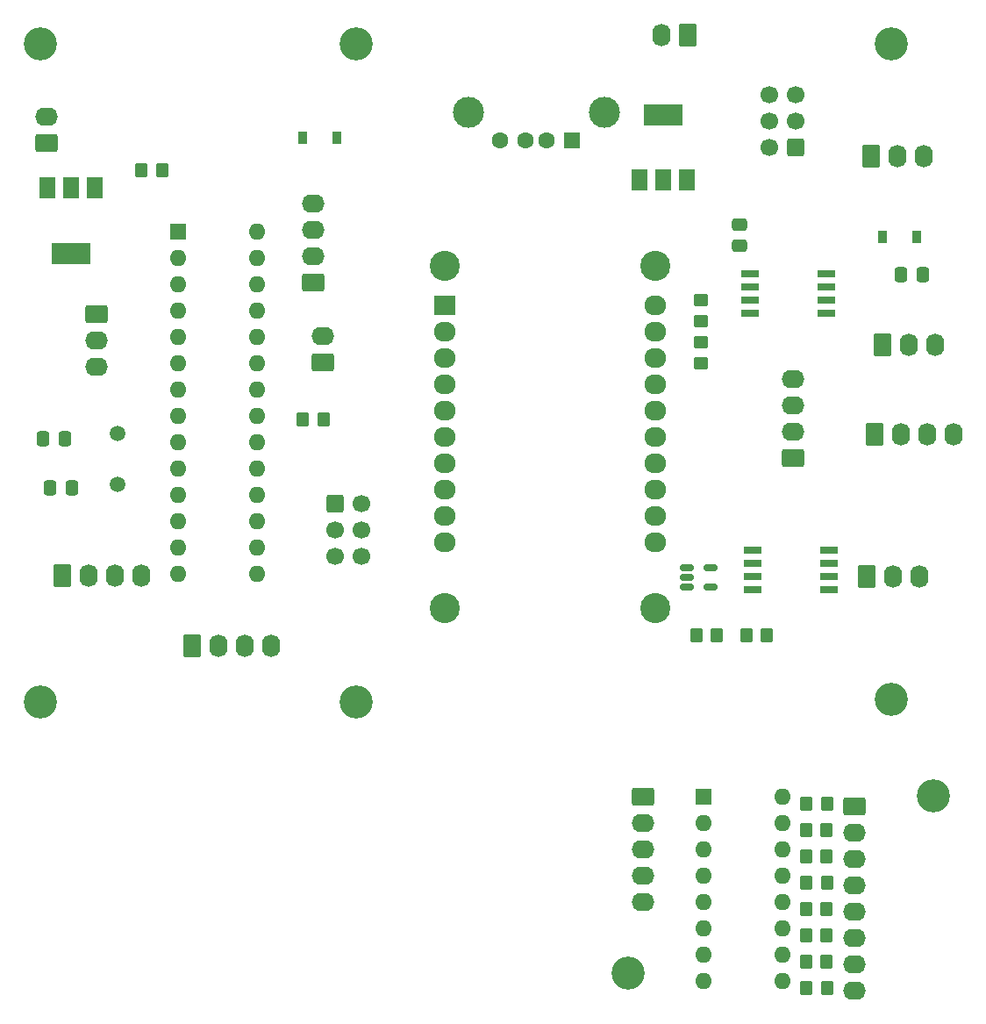
<source format=gts>
%TF.GenerationSoftware,KiCad,Pcbnew,(6.0.1)*%
%TF.CreationDate,2022-03-08T14:51:08-06:00*%
%TF.ProjectId,arliang2_good2go_2,61726c69-616e-4673-925f-676f6f643267,rev?*%
%TF.SameCoordinates,Original*%
%TF.FileFunction,Soldermask,Top*%
%TF.FilePolarity,Negative*%
%FSLAX46Y46*%
G04 Gerber Fmt 4.6, Leading zero omitted, Abs format (unit mm)*
G04 Created by KiCad (PCBNEW (6.0.1)) date 2022-03-08 14:51:08*
%MOMM*%
%LPD*%
G01*
G04 APERTURE LIST*
G04 Aperture macros list*
%AMRoundRect*
0 Rectangle with rounded corners*
0 $1 Rounding radius*
0 $2 $3 $4 $5 $6 $7 $8 $9 X,Y pos of 4 corners*
0 Add a 4 corners polygon primitive as box body*
4,1,4,$2,$3,$4,$5,$6,$7,$8,$9,$2,$3,0*
0 Add four circle primitives for the rounded corners*
1,1,$1+$1,$2,$3*
1,1,$1+$1,$4,$5*
1,1,$1+$1,$6,$7*
1,1,$1+$1,$8,$9*
0 Add four rect primitives between the rounded corners*
20,1,$1+$1,$2,$3,$4,$5,0*
20,1,$1+$1,$4,$5,$6,$7,0*
20,1,$1+$1,$6,$7,$8,$9,0*
20,1,$1+$1,$8,$9,$2,$3,0*%
G04 Aperture macros list end*
%ADD10RoundRect,0.250000X-0.350000X-0.450000X0.350000X-0.450000X0.350000X0.450000X-0.350000X0.450000X0*%
%ADD11O,1.740000X2.190000*%
%ADD12RoundRect,0.250000X-0.620000X-0.845000X0.620000X-0.845000X0.620000X0.845000X-0.620000X0.845000X0*%
%ADD13C,1.500000*%
%ADD14C,3.200000*%
%ADD15RoundRect,0.250000X0.350000X0.450000X-0.350000X0.450000X-0.350000X-0.450000X0.350000X-0.450000X0*%
%ADD16RoundRect,0.250000X-0.845000X0.620000X-0.845000X-0.620000X0.845000X-0.620000X0.845000X0.620000X0*%
%ADD17O,2.190000X1.740000*%
%ADD18C,2.900000*%
%ADD19R,2.100000X1.900000*%
%ADD20O,2.100000X1.900000*%
%ADD21R,1.600000X1.600000*%
%ADD22O,1.600000X1.600000*%
%ADD23RoundRect,0.250000X0.620000X0.845000X-0.620000X0.845000X-0.620000X-0.845000X0.620000X-0.845000X0*%
%ADD24C,1.700000*%
%ADD25RoundRect,0.250000X0.600000X0.600000X-0.600000X0.600000X-0.600000X-0.600000X0.600000X-0.600000X0*%
%ADD26R,1.700000X0.650000*%
%ADD27RoundRect,0.250000X0.845000X-0.620000X0.845000X0.620000X-0.845000X0.620000X-0.845000X-0.620000X0*%
%ADD28R,0.900000X1.200000*%
%ADD29RoundRect,0.250000X0.337500X0.475000X-0.337500X0.475000X-0.337500X-0.475000X0.337500X-0.475000X0*%
%ADD30RoundRect,0.250000X-0.450000X0.350000X-0.450000X-0.350000X0.450000X-0.350000X0.450000X0.350000X0*%
%ADD31C,1.600000*%
%ADD32C,3.000000*%
%ADD33R,1.500000X2.000000*%
%ADD34R,3.800000X2.000000*%
%ADD35RoundRect,0.250000X-0.600000X-0.600000X0.600000X-0.600000X0.600000X0.600000X-0.600000X0.600000X0*%
%ADD36RoundRect,0.250000X0.475000X-0.337500X0.475000X0.337500X-0.475000X0.337500X-0.475000X-0.337500X0*%
%ADD37RoundRect,0.150000X-0.512500X-0.150000X0.512500X-0.150000X0.512500X0.150000X-0.512500X0.150000X0*%
G04 APERTURE END LIST*
D10*
%TO.C,R11*%
X178054000Y-129413000D03*
X176054000Y-129413000D03*
%TD*%
D11*
%TO.C,J12*%
X187010511Y-99871489D03*
X184470511Y-99871489D03*
D12*
X181930511Y-99871489D03*
%TD*%
D10*
%TO.C,R4*%
X170262511Y-105561489D03*
X172262511Y-105561489D03*
%TD*%
D13*
%TO.C,Y1*%
X109565511Y-90969000D03*
X109565511Y-86089000D03*
%TD*%
D10*
%TO.C,R14*%
X178022000Y-137033000D03*
X176022000Y-137033000D03*
%TD*%
D14*
%TO.C,H2*%
X102108000Y-112014000D03*
%TD*%
D15*
%TO.C,R1*%
X113867511Y-60706000D03*
X111867511Y-60706000D03*
%TD*%
D16*
%TO.C,J16*%
X180737000Y-122047000D03*
D17*
X180737000Y-124587000D03*
X180737000Y-127127000D03*
X180737000Y-129667000D03*
X180737000Y-132207000D03*
X180737000Y-134747000D03*
X180737000Y-137287000D03*
X180737000Y-139827000D03*
%TD*%
D14*
%TO.C,H9*%
X188341000Y-121031000D03*
%TD*%
D18*
%TO.C,A1*%
X161483511Y-102894489D03*
X141163511Y-102894489D03*
X141163511Y-69874489D03*
X161483511Y-69874489D03*
D19*
X141163511Y-73684489D03*
D20*
X141163511Y-76224489D03*
X141163511Y-78764489D03*
X141163511Y-81304489D03*
X141163511Y-83844489D03*
X141163511Y-86384489D03*
X141163511Y-88924489D03*
X141163511Y-91464489D03*
X141163511Y-94004489D03*
X141163511Y-96544489D03*
X161483511Y-96544489D03*
X161483511Y-94004489D03*
X161483511Y-91464489D03*
X161483511Y-88924489D03*
X161483511Y-86384489D03*
X161483511Y-83844489D03*
X161483511Y-81304489D03*
X161483511Y-78764489D03*
X161483511Y-76224489D03*
X161483511Y-73684489D03*
%TD*%
D21*
%TO.C,U1*%
X115417511Y-66558000D03*
D22*
X115417511Y-69098000D03*
X115417511Y-71638000D03*
X115417511Y-74178000D03*
X115417511Y-76718000D03*
X115417511Y-79258000D03*
X115417511Y-81798000D03*
X115417511Y-84338000D03*
X115417511Y-86878000D03*
X115417511Y-89418000D03*
X115417511Y-91958000D03*
X115417511Y-94498000D03*
X115417511Y-97038000D03*
X115417511Y-99578000D03*
X123037511Y-99578000D03*
X123037511Y-97038000D03*
X123037511Y-94498000D03*
X123037511Y-91958000D03*
X123037511Y-89418000D03*
X123037511Y-86878000D03*
X123037511Y-84338000D03*
X123037511Y-81798000D03*
X123037511Y-79258000D03*
X123037511Y-76718000D03*
X123037511Y-74178000D03*
X123037511Y-71638000D03*
X123037511Y-69098000D03*
X123037511Y-66558000D03*
%TD*%
D23*
%TO.C,J8*%
X164658511Y-47649489D03*
D11*
X162118511Y-47649489D03*
%TD*%
D12*
%TO.C,J2*%
X104231511Y-99822000D03*
D11*
X106771511Y-99822000D03*
X109311511Y-99822000D03*
X111851511Y-99822000D03*
%TD*%
D24*
%TO.C,J15*%
X172532511Y-53364489D03*
X175072511Y-53364489D03*
X172532511Y-55904489D03*
X175072511Y-55904489D03*
X172532511Y-58444489D03*
D25*
X175072511Y-58444489D03*
%TD*%
D14*
%TO.C,H10*%
X158893000Y-138176000D03*
%TD*%
D26*
%TO.C,U5*%
X170660511Y-70631489D03*
X170660511Y-71901489D03*
X170660511Y-73171489D03*
X170660511Y-74441489D03*
X177960511Y-74441489D03*
X177960511Y-73171489D03*
X177960511Y-71901489D03*
X177960511Y-70631489D03*
%TD*%
D27*
%TO.C,J3*%
X128488511Y-71501000D03*
D17*
X128488511Y-68961000D03*
X128488511Y-66421000D03*
X128488511Y-63881000D03*
%TD*%
D28*
%TO.C,D2*%
X183455511Y-67080489D03*
X186755511Y-67080489D03*
%TD*%
D14*
%TO.C,H1*%
X102108000Y-48514000D03*
%TD*%
%TO.C,H5*%
X132588000Y-48514000D03*
%TD*%
D29*
%TO.C,C4*%
X185211011Y-70763489D03*
X187286011Y-70763489D03*
%TD*%
%TO.C,C2*%
X104485511Y-86614000D03*
X102410511Y-86614000D03*
%TD*%
D10*
%TO.C,R13*%
X178038000Y-134493000D03*
X176038000Y-134493000D03*
%TD*%
D14*
%TO.C,H3*%
X132588000Y-112014000D03*
%TD*%
D17*
%TO.C,J17*%
X160290000Y-131318000D03*
X160290000Y-128778000D03*
X160290000Y-126238000D03*
X160290000Y-123698000D03*
D16*
X160290000Y-121158000D03*
%TD*%
D30*
%TO.C,R6*%
X165928511Y-77256489D03*
X165928511Y-79256489D03*
%TD*%
D21*
%TO.C,J9*%
X153482511Y-57809489D03*
D31*
X150982511Y-57809489D03*
X148982511Y-57809489D03*
X146482511Y-57809489D03*
D32*
X143412511Y-55099489D03*
X156552511Y-55099489D03*
%TD*%
D33*
%TO.C,U2*%
X107420511Y-62382000D03*
X105120511Y-62382000D03*
X102820511Y-62382000D03*
D34*
X105120511Y-68682000D03*
%TD*%
D10*
%TO.C,R8*%
X178054000Y-121793000D03*
X176054000Y-121793000D03*
%TD*%
D11*
%TO.C,J13*%
X190312511Y-86130489D03*
X187772511Y-86130489D03*
X185232511Y-86130489D03*
D12*
X182692511Y-86130489D03*
%TD*%
%TO.C,J1*%
X116804511Y-106553000D03*
D11*
X119344511Y-106553000D03*
X121884511Y-106553000D03*
X124424511Y-106553000D03*
%TD*%
D35*
%TO.C,J4*%
X130565500Y-92832000D03*
D24*
X133105500Y-92832000D03*
X130565500Y-95372000D03*
X133105500Y-95372000D03*
X130565500Y-97912000D03*
X133105500Y-97912000D03*
%TD*%
D14*
%TO.C,H7*%
X184277000Y-111760000D03*
%TD*%
D11*
%TO.C,J10*%
X187391511Y-59333489D03*
X184851511Y-59333489D03*
D12*
X182311511Y-59333489D03*
%TD*%
D21*
%TO.C,U7*%
X166132000Y-121158000D03*
D22*
X166132000Y-123698000D03*
X166132000Y-126238000D03*
X166132000Y-128778000D03*
X166132000Y-131318000D03*
X166132000Y-133858000D03*
X166132000Y-136398000D03*
X166132000Y-138938000D03*
X173752000Y-138938000D03*
X173752000Y-136398000D03*
X173752000Y-133858000D03*
X173752000Y-131318000D03*
X173752000Y-128778000D03*
X173752000Y-126238000D03*
X173752000Y-123698000D03*
X173752000Y-121158000D03*
%TD*%
D10*
%TO.C,R15*%
X178054000Y-139573000D03*
X176054000Y-139573000D03*
%TD*%
%TO.C,R12*%
X178038000Y-131953000D03*
X176038000Y-131953000D03*
%TD*%
D36*
%TO.C,R7*%
X169611511Y-67990989D03*
X169611511Y-65915989D03*
%TD*%
D10*
%TO.C,R10*%
X178038000Y-126873000D03*
X176038000Y-126873000D03*
%TD*%
D26*
%TO.C,U3*%
X170914511Y-97306489D03*
X170914511Y-98576489D03*
X170914511Y-99846489D03*
X170914511Y-101116489D03*
X178214511Y-101116489D03*
X178214511Y-99846489D03*
X178214511Y-98576489D03*
X178214511Y-97306489D03*
%TD*%
D28*
%TO.C,D1*%
X127473511Y-57531000D03*
X130773511Y-57531000D03*
%TD*%
D10*
%TO.C,R3*%
X165436511Y-105561489D03*
X167436511Y-105561489D03*
%TD*%
D33*
%TO.C,U4*%
X159945511Y-61594489D03*
X162245511Y-61594489D03*
X164545511Y-61594489D03*
D34*
X162245511Y-55294489D03*
%TD*%
D27*
%TO.C,J14*%
X174818511Y-88416489D03*
D17*
X174818511Y-85876489D03*
X174818511Y-83336489D03*
X174818511Y-80796489D03*
%TD*%
D37*
%TO.C,U6*%
X164531511Y-99023489D03*
X164531511Y-99973489D03*
X164531511Y-100923489D03*
X166806511Y-100923489D03*
X166806511Y-99023489D03*
%TD*%
D10*
%TO.C,R9*%
X178038000Y-124333000D03*
X176038000Y-124333000D03*
%TD*%
D11*
%TO.C,J11*%
X188534511Y-77494489D03*
X185994511Y-77494489D03*
D12*
X183454511Y-77494489D03*
%TD*%
D27*
%TO.C,J7*%
X129413000Y-79248000D03*
D17*
X129413000Y-76708000D03*
%TD*%
D16*
%TO.C,J6*%
X107533511Y-74549000D03*
D17*
X107533511Y-77089000D03*
X107533511Y-79629000D03*
%TD*%
D29*
%TO.C,C1*%
X105142011Y-91313000D03*
X103067011Y-91313000D03*
%TD*%
D10*
%TO.C,R2*%
X127488511Y-84709000D03*
X129488511Y-84709000D03*
%TD*%
D30*
%TO.C,R5*%
X165928511Y-73192489D03*
X165928511Y-75192489D03*
%TD*%
D27*
%TO.C,J5*%
X102707511Y-58039000D03*
D17*
X102707511Y-55499000D03*
%TD*%
D14*
%TO.C,H6*%
X184277000Y-48514000D03*
%TD*%
M02*

</source>
